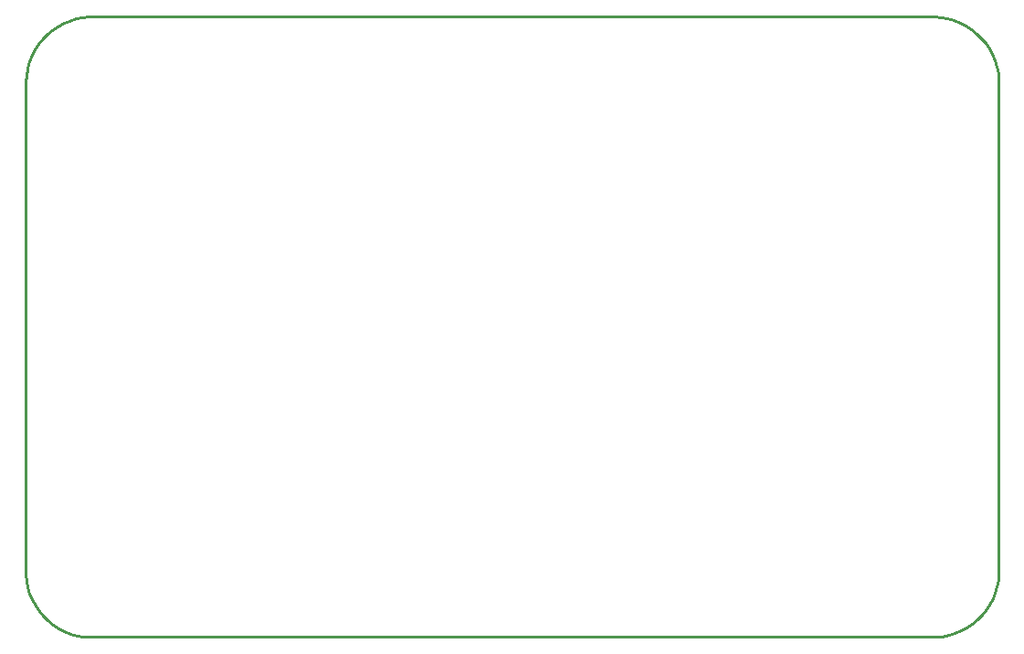
<source format=gko>
G04*
G04 #@! TF.GenerationSoftware,Altium Limited,Altium Designer,21.1.1 (26)*
G04*
G04 Layer_Color=16711935*
%FSLAX43Y43*%
%MOMM*%
G71*
G04*
G04 #@! TF.SameCoordinates,7D77D7A2-79D2-47A9-8A17-8AFE765D4546*
G04*
G04*
G04 #@! TF.FilePolarity,Positive*
G04*
G01*
G75*
%ADD12C,0.254*%
G54D12*
X6205Y1D02*
X7248Y-0D01*
X84007D02*
X84311Y0D01*
X7248Y-0D02*
X84007D01*
X-26Y5821D02*
X35Y5215D01*
X155Y4619D01*
X334Y4038D01*
X570Y3477D01*
X860Y2943D01*
X1201Y2439D01*
X1591Y1972D01*
X2025Y1546D01*
X2498Y1165D01*
X3008Y832D01*
X3547Y551D01*
X4112Y326D01*
X4696Y157D01*
X5295Y47D01*
X5901Y-4D01*
X6205Y1D01*
X84311Y0D02*
X84917Y61D01*
X85513Y182D01*
X86094Y361D01*
X86655Y597D01*
X87189Y886D01*
X87693Y1228D01*
X88160Y1617D01*
X88586Y2051D01*
X88967Y2525D01*
X89300Y3034D01*
X89581Y3574D01*
X89806Y4139D01*
X89975Y4723D01*
X90085Y5321D01*
X90136Y5927D01*
X90131Y6231D02*
X90136Y5927D01*
X90131Y6231D02*
X90153Y48800D01*
X90149Y51375D02*
X90153Y48800D01*
X90148Y51679D02*
X90149Y51375D01*
X90087Y52284D02*
X90148Y51679D01*
X89967Y52880D02*
X90087Y52284D01*
X89788Y53462D02*
X89967Y52880D01*
X89552Y54023D02*
X89788Y53462D01*
X89263Y54558D02*
X89552Y54023D01*
X88921Y55061D02*
X89263Y54558D01*
X88532Y55529D02*
X88921Y55061D01*
X88098Y55955D02*
X88532Y55529D01*
X87624Y56337D02*
X88098Y55955D01*
X87115Y56669D02*
X87624Y56337D01*
X86575Y56950D02*
X87115Y56669D01*
X86010Y57176D02*
X86575Y56950D01*
X85426Y57345D02*
X86010Y57176D01*
X84828Y57455D02*
X85426Y57345D01*
X84221Y57506D02*
X84828Y57455D01*
X83917Y57501D02*
X84221Y57506D01*
X6123Y57500D02*
X83917Y57501D01*
X5819Y57499D02*
X6123Y57500D01*
X5214Y57438D02*
X5819Y57499D01*
X4618Y57318D02*
X5214Y57438D01*
X4037Y57139D02*
X4618Y57318D01*
X3476Y56903D02*
X4037Y57139D01*
X2941Y56613D02*
X3476Y56903D01*
X2438Y56272D02*
X2941Y56613D01*
X1971Y55882D02*
X2438Y56272D01*
X1545Y55449D02*
X1971Y55882D01*
X1163Y54975D02*
X1545Y55449D01*
X831Y54465D02*
X1163Y54975D01*
X550Y53926D02*
X831Y54465D01*
X324Y53361D02*
X550Y53926D01*
X156Y52777D02*
X324Y53361D01*
X5Y51957D02*
X156Y52777D01*
X-26Y51586D02*
X5Y51957D01*
X-26Y7253D02*
Y51586D01*
Y5821D02*
Y7253D01*
M02*

</source>
